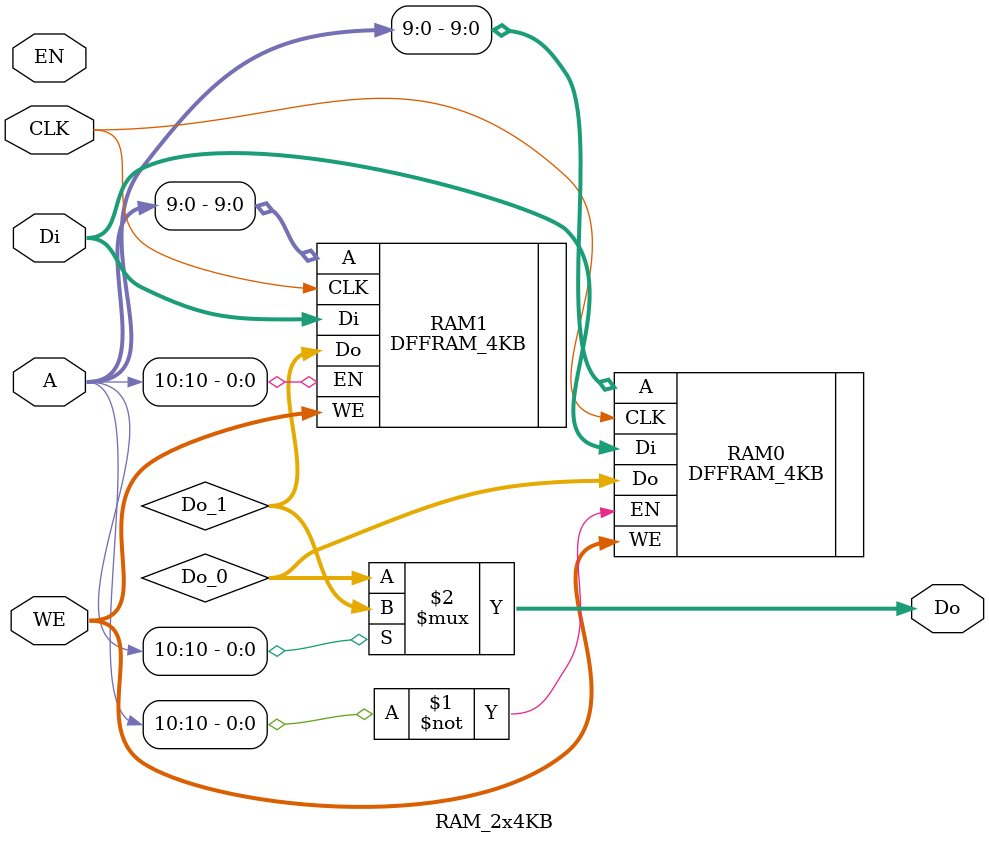
<source format=v>
module RAM_2x4KB (
`ifdef USE_POWER_PINS
    VPWR,
    VGND,
`endif
    CLK,
    WE,
    EN,
    Di,
    Do,
    A
);

`ifdef USE_POWER_PINS
   input VPWR;
   input VGND;
`endif
    input           CLK;
    input   [3:0]   WE;
    input           EN;
    input   [31:0]  Di;
    output  [31:0]  Do;
    input   [10:0]   A;

    wire    [31:0]  Do_0, Do_1;

    DFFRAM_4KB #(.COLS(4)) RAM0 (
    `ifdef USE_POWER_PINS
            .VPWR(VPWR),
            .VGND(VGND),
    `endif
                .CLK(CLK),
                .WE(WE),
                .EN(~A[10]),
                .Di(Di),
                .Do(Do_0),
                .A(A[9:0])
            );
    
    DFFRAM_4KB #(.COLS(4)) RAM1 (
    `ifdef USE_POWER_PINS
            .VPWR(VPWR),
            .VGND(VGND),
    `endif
                .CLK(CLK),
                .WE(WE),
                .EN(A[10]),
                .Di(Di),
                .Do(Do_1),
                .A(A[9:0])
            );

    assign Do = A[10] ? Do_1 : Do_0;

endmodule
</source>
